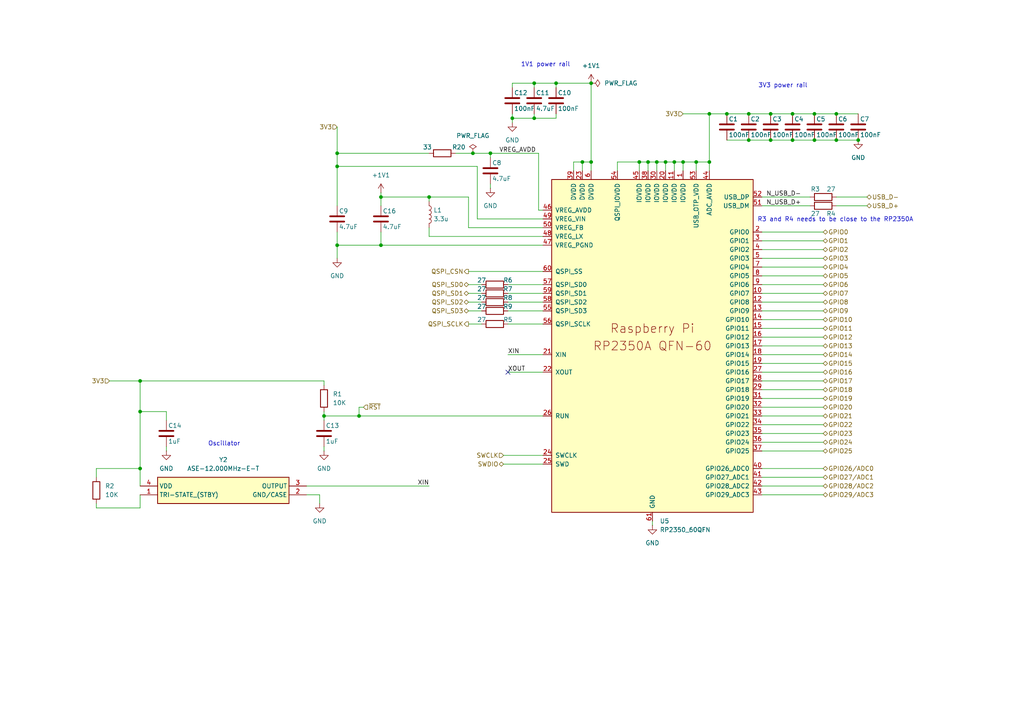
<source format=kicad_sch>
(kicad_sch (version 20250114) (generator "eeschema") (generator_version "9.0")
  (paper "A4")
  (title_block (title "MCU - RP2350A") (date "2025-10-16") (rev "1.0.2") (company "Team ApolLO") (comment 1 "Author: Wiktor Kociuba"))
  (lib_symbols
    (symbol "Device:C" (pin_numbers (hide yes)) (pin_names (offset 0.254))
      (property "Reference" "C" (at 0.635 2.54 0))
      (property "Value" "C" (at 0.635 -2.54 0))
      (symbol "C_0_1"
        (polyline (pts (xy -2.032 0.762) (xy 2.032 0.762)) (stroke (width 0.508)))
        (polyline (pts (xy -2.032 -0.762) (xy 2.032 -0.762)) (stroke (width 0.508)))
      )
      (symbol "C_1_1"
        (pin passive line (at 0 3.81 270) (length 2.794) (name "~") (number "1"))
        (pin passive line (at 0 -3.81 90) (length 2.794) (name "~") (number "2"))
      )
    )
    (symbol "Device:L" (pin_numbers (hide yes)) (pin_names (offset 1.016) (hide yes))
      (property "Reference" "L" (at -1.27 0 90))
      (property "Value" "L" (at 1.905 0 90))
      (symbol "L_0_1"
        (arc (start 0 2.54) (mid 0.6323 1.905) (end 0 1.27))
        (arc (start 0 1.27) (mid 0.6323 0.635) (end 0 0))
        (arc (start 0 0) (mid 0.6323 -0.635) (end 0 -1.27))
        (arc (start 0 -1.27) (mid 0.6323 -1.905) (end 0 -2.54))
      )
      (symbol "L_1_1"
        (pin passive line (at 0 3.81 270) (length 1.27) (name "1") (number "1"))
        (pin passive line (at 0 -3.81 90) (length 1.27) (name "2") (number "2"))
      )
    )
    (symbol "Device:R" (pin_numbers (hide yes)) (pin_names (offset 0))
      (property "Reference" "R" (at 2.032 0 90))
      (property "Value" "R" (at 0 0 90))
      (symbol "R_0_1"
        (rectangle (start -1.016 -2.54) (end 1.016 2.54) (stroke (width 0.254)))
      )
      (symbol "R_1_1"
        (pin passive line (at 0 3.81 270) (length 1.27) (name "~") (number "1"))
        (pin passive line (at 0 -3.81 90) (length 1.27) (name "~") (number "2"))
      )
    )
    (symbol "RP2040:RP2350_60QFN" (pin_names (offset 1.016))
      (property "Reference" "U" (at -29.21 49.53 0))
      (property "Value" "RP2350_60QFN" (at 24.13 -49.53 0))
      (symbol "RP2350_60QFN_0_0"
        (text "Raspberry Pi" (at 0 5.08 0) (effects (font (size 2.54 2.54))))
      )
      (symbol "RP2350_60QFN_0_1"
        (rectangle (start 29.21 48.26) (end -29.21 -48.26) (stroke (width 0.254)) (fill (type background)))
      )
      (symbol "RP2350_60QFN_1_0"
        (text "RP2350A QFN-60" (at 0 0 0) (effects (font (size 2.54 2.54))))
      )
      (symbol "RP2350_60QFN_1_1"
        (pin power_in line (at -31.75 39.37 0) (length 2.54) (name "VREG_AVDD") (number "46"))
        (pin power_in line (at -31.75 36.83 0) (length 2.54) (name "VREG_VIN") (number "49"))
        (pin input line (at -31.75 34.29 0) (length 2.54) (name "VREG_FB") (number "50"))
        (pin power_out line (at -31.75 31.75 0) (length 2.54) (name "VREG_LX") (number "48"))
        (pin power_in line (at -31.75 29.21 0) (length 2.54) (name "VREG_PGND") (number "47"))
        (pin bidirectional line (at -31.75 21.59 0) (length 2.54) (name "QSPI_SS") (number "60"))
        (pin bidirectional line (at -31.75 17.78 0) (length 2.54) (name "QSPI_SD0") (number "57"))
        (pin bidirectional line (at -31.75 15.24 0) (length 2.54) (name "QSPI_SD1") (number "59"))
        (pin bidirectional line (at -31.75 12.7 0) (length 2.54) (name "QSPI_SD2") (number "58"))
        (pin bidirectional line (at -31.75 10.16 0) (length 2.54) (name "QSPI_SD3") (number "55"))
        (pin output line (at -31.75 6.35 0) (length 2.54) (name "QSPI_SCLK") (number "56"))
        (pin input line (at -31.75 -2.54 0) (length 2.54) (name "XIN") (number "21"))
        (pin passive line (at -31.75 -7.62 0) (length 2.54) (name "XOUT") (number "22"))
        (pin input line (at -31.75 -20.32 0) (length 2.54) (name "RUN") (number "26"))
        (pin output line (at -31.75 -31.75 0) (length 2.54) (name "SWCLK") (number "24"))
        (pin bidirectional line (at -31.75 -34.29 0) (length 2.54) (name "SWD") (number "25"))
        (pin power_in line (at -22.86 50.8 270) (length 2.54) (name "DVDD") (number "39"))
        (pin power_in line (at -20.32 50.8 270) (length 2.54) (name "DVDD") (number "23"))
        (pin power_in line (at -17.78 50.8 270) (length 2.54) (name "DVDD") (number "6"))
        (pin power_in line (at -10.16 50.8 270) (length 2.54) (name "QSPI_IOVDD") (number "54"))
        (pin power_in line (at -3.81 50.8 270) (length 2.54) (name "IOVDD") (number "45"))
        (pin power_in line (at -1.27 50.8 270) (length 2.54) (name "IOVDD") (number "38"))
        (pin power_in line (at 0 -50.8 90) (length 2.54) (name "GND") (number "61"))
        (pin power_in line (at 1.27 50.8 270) (length 2.54) (name "IOVDD") (number "30"))
        (pin power_in line (at 3.81 50.8 270) (length 2.54) (name "IOVDD") (number "20"))
        (pin power_in line (at 6.35 50.8 270) (length 2.54) (name "IOVDD") (number "11"))
        (pin power_in line (at 8.89 50.8 270) (length 2.54) (name "IOVDD") (number "1"))
        (pin power_in line (at 12.7 50.8 270) (length 2.54) (name "USB_OTP_VDD") (number "53"))
        (pin power_in line (at 16.51 50.8 270) (length 2.54) (name "ADC_AVDD") (number "44"))
        (pin bidirectional line (at 31.75 43.18 180) (length 2.54) (name "USB_DP") (number "52"))
        (pin bidirectional line (at 31.75 40.64 180) (length 2.54) (name "USB_DM") (number "51"))
        (pin bidirectional line (at 31.75 33.02 180) (length 2.54) (name "GPIO0") (number "2"))
        (pin bidirectional line (at 31.75 30.48 180) (length 2.54) (name "GPIO1") (number "3"))
        (pin bidirectional line (at 31.75 27.94 180) (length 2.54) (name "GPIO2") (number "4"))
        (pin bidirectional line (at 31.75 25.4 180) (length 2.54) (name "GPIO3") (number "5"))
        (pin bidirectional line (at 31.75 22.86 180) (length 2.54) (name "GPIO4") (number "7"))
        (pin bidirectional line (at 31.75 20.32 180) (length 2.54) (name "GPIO5") (number "8"))
        (pin bidirectional line (at 31.75 17.78 180) (length 2.54) (name "GPIO6") (number "9"))
        (pin bidirectional line (at 31.75 15.24 180) (length 2.54) (name "GPIO7") (number "10"))
        (pin bidirectional line (at 31.75 12.7 180) (length 2.54) (name "GPIO8") (number "12"))
        (pin bidirectional line (at 31.75 10.16 180) (length 2.54) (name "GPIO9") (number "13"))
        (pin bidirectional line (at 31.75 7.62 180) (length 2.54) (name "GPIO10") (number "14"))
        (pin bidirectional line (at 31.75 5.08 180) (length 2.54) (name "GPIO11") (number "15"))
        (pin bidirectional line (at 31.75 2.54 180) (length 2.54) (name "GPIO12") (number "16"))
        (pin bidirectional line (at 31.75 0 180) (length 2.54) (name "GPIO13") (number "17"))
        (pin bidirectional line (at 31.75 -2.54 180) (length 2.54) (name "GPIO14") (number "18"))
        (pin bidirectional line (at 31.75 -5.08 180) (length 2.54) (name "GPIO15") (number "19"))
        (pin bidirectional line (at 31.75 -7.62 180) (length 2.54) (name "GPIO16") (number "27"))
        (pin bidirectional line (at 31.75 -10.16 180) (length 2.54) (name "GPIO17") (number "28"))
        (pin bidirectional line (at 31.75 -12.7 180) (length 2.54) (name "GPIO18") (number "29"))
        (pin bidirectional line (at 31.75 -15.24 180) (length 2.54) (name "GPIO19") (number "31"))
        (pin bidirectional line (at 31.75 -17.78 180) (length 2.54) (name "GPIO20") (number "32"))
        (pin bidirectional line (at 31.75 -20.32 180) (length 2.54) (name "GPIO21") (number "33"))
        (pin bidirectional line (at 31.75 -22.86 180) (length 2.54) (name "GPIO22") (number "34"))
        (pin bidirectional line (at 31.75 -25.4 180) (length 2.54) (name "GPIO23") (number "35"))
        (pin bidirectional line (at 31.75 -27.94 180) (length 2.54) (name "GPIO24") (number "36"))
        (pin bidirectional line (at 31.75 -30.48 180) (length 2.54) (name "GPIO25") (number "37"))
        (pin bidirectional line (at 31.75 -35.56 180) (length 2.54) (name "GPIO26_ADC0") (number "40"))
        (pin bidirectional line (at 31.75 -38.1 180) (length 2.54) (name "GPIO27_ADC1") (number "41"))
        (pin bidirectional line (at 31.75 -40.64 180) (length 2.54) (name "GPIO28_ADC2") (number "42"))
        (pin bidirectional line (at 31.75 -43.18 180) (length 2.54) (name "GPIO29_ADC3") (number "43"))
      )
    )
    (symbol "SamacSys_Parts:ASE-12.000MHz-E-T"
      (property "Reference" "Y" (at 44.45 7.62 0))
      (property "Value" "ASE-12.000MHz-E-T" (at 44.45 5.08 0))
      (symbol "ASE-12.000MHz-E-T_1_1"
        (rectangle (start 5.08 2.54) (end 43.18 -5.08) (stroke (width 0.254)) (fill (type background)))
        (pin passive line (at 0 0 0) (length 5.08) (name "VDD") (number "4"))
        (pin passive line (at 0 -2.54 0) (length 5.08) (name "TRI-STATE_(STBY)") (number "1"))
        (pin passive line (at 48.26 0 180) (length 5.08) (name "OUTPUT") (number "3"))
        (pin passive line (at 48.26 -2.54 180) (length 5.08) (name "GND/CASE") (number "2"))
      )
    )
    (symbol "power:+1V1" (power) (pin_numbers (hide yes)) (pin_names (offset 0) (hide yes))
      (property "Value" "+1V1" (at 0 3.556 0))
      (symbol "+1V1_0_1"
        (polyline (pts (xy -0.762 1.27) (xy 0 2.54)))
        (polyline (pts (xy 0 2.54) (xy 0.762 1.27)))
        (polyline (pts (xy 0 0) (xy 0 2.54)))
      )
      (symbol "+1V1_1_1"
        (pin power_in line (at 0 0 90) (length 0) (name "~") (number "1"))
      )
    )
    (symbol "power:GND" (power) (pin_numbers (hide yes)) (pin_names (offset 0) (hide yes))
      (property "Value" "GND" (at 0 -3.81 0))
      (symbol "GND_0_1"
        (polyline (pts (xy 0 0) (xy 0 -1.27) (xy 1.27 -1.27) (xy 0 -2.54) (xy -1.27 -1.27) (xy 0 -1.27)))
      )
      (symbol "GND_1_1"
        (pin power_in line (at 0 0 270) (length 0) (name "~") (number "1"))
      )
    )
    (symbol "power:PWR_FLAG" (power) (pin_numbers (hide yes)) (pin_names (offset 0) (hide yes))
      (property "Value" "PWR_FLAG" (at 0 3.81 0))
      (symbol "PWR_FLAG_0_0"
        (pin power_out line (at 0 0 90) (length 0) (name "~") (number "1"))
      )
      (symbol "PWR_FLAG_0_1"
        (polyline (pts (xy 0 0) (xy 0 1.27) (xy -1.016 1.905) (xy 0 2.54) (xy 1.016 1.905) (xy 0 1.27)))
      )
    )
  )
  (text "1V1 power rail\n" (at 158.242 18.796 0) (effects (font (size 1.27 1.27))))
  (text "R3 and R4 needs to be close to the RP2350A\n" (at 242.316 63.754 0) (effects (font (size 1.27 1.27))))
  (text "3V3 power rail\n" (at 227.076 24.892 0) (effects (font (size 1.27 1.27))))
  (text "Oscillator\n" (at 65.024 128.778 0) (effects (font (size 1.27 1.27))))
  (junction (at 40.64 119.38))
  (junction (at 161.29 24.13))
  (junction (at 154.94 34.29))
  (junction (at 40.64 135.89))
  (junction (at 223.52 33.02))
  (junction (at 193.04 46.99))
  (junction (at 97.79 71.12))
  (junction (at 124.46 57.15))
  (junction (at 40.64 110.49))
  (junction (at 148.59 34.29))
  (junction (at 198.12 46.99))
  (junction (at 248.92 40.64))
  (junction (at 190.5 46.99))
  (junction (at 229.87 40.64))
  (junction (at 142.24 44.45))
  (junction (at 242.57 40.64))
  (junction (at 137.16 44.45))
  (junction (at 236.22 33.02))
  (junction (at 229.87 33.02))
  (junction (at 210.82 33.02))
  (junction (at 205.74 46.99))
  (junction (at 171.45 24.13))
  (junction (at 195.58 46.99))
  (junction (at 217.17 33.02))
  (junction (at 97.79 48.26))
  (junction (at 242.57 33.02))
  (junction (at 154.94 24.13))
  (junction (at 217.17 40.64))
  (junction (at 93.98 120.65))
  (junction (at 205.74 33.02))
  (junction (at 187.96 46.99))
  (junction (at 97.79 44.45))
  (junction (at 201.93 46.99))
  (junction (at 104.14 120.65))
  (junction (at 236.22 40.64))
  (junction (at 223.52 40.64))
  (junction (at 168.91 46.99))
  (junction (at 171.45 46.99))
  (junction (at 110.49 57.15))
  (junction (at 185.42 46.99))
  (junction (at 110.49 71.12))
  (no_connect (at 147.32 107.95))
  (wire (pts (xy 210.82 33.02) (xy 217.17 33.02)))
  (wire (pts (xy 157.48 63.5) (xy 138.43 63.5)))
  (wire (pts (xy 220.98 105.41) (xy 238.76 105.41)))
  (wire (pts (xy 154.94 24.13) (xy 154.94 25.4)))
  (wire (pts (xy 157.48 85.09) (xy 147.32 85.09)))
  (wire (pts (xy 190.5 46.99) (xy 190.5 49.53)))
  (wire (pts (xy 27.94 147.32) (xy 27.94 146.05)))
  (wire (pts (xy 88.9 140.97) (xy 124.46 140.97)))
  (wire (pts (xy 238.76 85.09) (xy 220.98 85.09)))
  (wire (pts (xy 238.76 87.63) (xy 220.98 87.63)))
  (wire (pts (xy 142.24 45.72) (xy 142.24 44.45)))
  (wire (pts (xy 238.76 90.17) (xy 220.98 90.17)))
  (wire (pts (xy 110.49 55.88) (xy 110.49 57.15)))
  (wire (pts (xy 238.76 100.33) (xy 220.98 100.33)))
  (wire (pts (xy 135.89 93.98) (xy 139.7 93.98)))
  (wire (pts (xy 156.21 60.96) (xy 157.48 60.96)))
  (wire (pts (xy 220.98 130.81) (xy 238.76 130.81)))
  (wire (pts (xy 132.08 44.45) (xy 137.16 44.45)))
  (wire (pts (xy 242.57 59.69) (xy 251.46 59.69)))
  (wire (pts (xy 234.95 59.69) (xy 220.98 59.69)))
  (wire (pts (xy 220.98 118.11) (xy 238.76 118.11)))
  (wire (pts (xy 97.79 67.31) (xy 97.79 71.12)))
  (wire (pts (xy 201.93 46.99) (xy 201.93 49.53)))
  (wire (pts (xy 238.76 72.39) (xy 220.98 72.39)))
  (wire (pts (xy 27.94 138.43) (xy 27.94 135.89)))
  (wire (pts (xy 198.12 46.99) (xy 201.93 46.99)))
  (wire (pts (xy 220.98 135.89) (xy 238.76 135.89)))
  (wire (pts (xy 93.98 129.54) (xy 93.98 130.81)))
  (wire (pts (xy 242.57 33.02) (xy 248.92 33.02)))
  (wire (pts (xy 190.5 46.99) (xy 193.04 46.99)))
  (wire (pts (xy 148.59 24.13) (xy 148.59 25.4)))
  (wire (pts (xy 161.29 24.13) (xy 161.29 25.4)))
  (wire (pts (xy 189.23 152.4) (xy 189.23 151.13)))
  (wire (pts (xy 157.48 93.98) (xy 147.32 93.98)))
  (wire (pts (xy 193.04 46.99) (xy 193.04 49.53)))
  (wire (pts (xy 161.29 34.29) (xy 161.29 33.02)))
  (wire (pts (xy 220.98 125.73) (xy 238.76 125.73)))
  (wire (pts (xy 110.49 67.31) (xy 110.49 71.12)))
  (wire (pts (xy 104.14 118.11) (xy 104.14 120.65)))
  (wire (pts (xy 97.79 48.26) (xy 138.43 48.26)))
  (wire (pts (xy 139.7 85.09) (xy 135.89 85.09)))
  (wire (pts (xy 187.96 46.99) (xy 190.5 46.99)))
  (wire (pts (xy 48.26 119.38) (xy 48.26 121.92)))
  (wire (pts (xy 193.04 46.99) (xy 195.58 46.99)))
  (wire (pts (xy 217.17 33.02) (xy 223.52 33.02)))
  (wire (pts (xy 97.79 44.45) (xy 97.79 48.26)))
  (wire (pts (xy 154.94 34.29) (xy 154.94 33.02)))
  (wire (pts (xy 238.76 80.01) (xy 220.98 80.01)))
  (wire (pts (xy 142.24 44.45) (xy 156.21 44.45)))
  (wire (pts (xy 187.96 46.99) (xy 187.96 49.53)))
  (wire (pts (xy 148.59 35.56) (xy 148.59 34.29)))
  (wire (pts (xy 40.64 119.38) (xy 48.26 119.38)))
  (wire (pts (xy 124.46 66.04) (xy 124.46 68.58)))
  (wire (pts (xy 179.07 49.53) (xy 179.07 46.99)))
  (wire (pts (xy 220.98 128.27) (xy 238.76 128.27)))
  (wire (pts (xy 105.41 118.11) (xy 104.14 118.11)))
  (wire (pts (xy 148.59 34.29) (xy 154.94 34.29)))
  (wire (pts (xy 27.94 135.89) (xy 40.64 135.89)))
  (wire (pts (xy 124.46 57.15) (xy 124.46 58.42)))
  (wire (pts (xy 168.91 46.99) (xy 168.91 49.53)))
  (wire (pts (xy 157.48 78.74) (xy 135.89 78.74)))
  (wire (pts (xy 205.74 46.99) (xy 205.74 49.53)))
  (wire (pts (xy 97.79 48.26) (xy 97.79 59.69)))
  (wire (pts (xy 185.42 46.99) (xy 187.96 46.99)))
  (wire (pts (xy 236.22 33.02) (xy 242.57 33.02)))
  (wire (pts (xy 198.12 33.02) (xy 205.74 33.02)))
  (wire (pts (xy 217.17 40.64) (xy 223.52 40.64)))
  (wire (pts (xy 161.29 24.13) (xy 171.45 24.13)))
  (wire (pts (xy 139.7 87.63) (xy 135.89 87.63)))
  (wire (pts (xy 210.82 40.64) (xy 217.17 40.64)))
  (wire (pts (xy 40.64 110.49) (xy 93.98 110.49)))
  (wire (pts (xy 138.43 48.26) (xy 138.43 63.5)))
  (wire (pts (xy 185.42 46.99) (xy 185.42 49.53)))
  (wire (pts (xy 242.57 57.15) (xy 251.46 57.15)))
  (wire (pts (xy 135.89 66.04) (xy 157.48 66.04)))
  (wire (pts (xy 48.26 130.81) (xy 48.26 129.54)))
  (wire (pts (xy 110.49 71.12) (xy 157.48 71.12)))
  (wire (pts (xy 93.98 120.65) (xy 93.98 119.38)))
  (wire (pts (xy 146.05 134.62) (xy 157.48 134.62)))
  (wire (pts (xy 147.32 102.87) (xy 157.48 102.87)))
  (wire (pts (xy 124.46 68.58) (xy 157.48 68.58)))
  (wire (pts (xy 238.76 82.55) (xy 220.98 82.55)))
  (wire (pts (xy 220.98 107.95) (xy 238.76 107.95)))
  (wire (pts (xy 238.76 77.47) (xy 220.98 77.47)))
  (wire (pts (xy 146.05 132.08) (xy 157.48 132.08)))
  (wire (pts (xy 236.22 40.64) (xy 242.57 40.64)))
  (wire (pts (xy 201.93 46.99) (xy 205.74 46.99)))
  (wire (pts (xy 238.76 67.31) (xy 220.98 67.31)))
  (wire (pts (xy 220.98 140.97) (xy 238.76 140.97)))
  (wire (pts (xy 171.45 46.99) (xy 168.91 46.99)))
  (wire (pts (xy 139.7 82.55) (xy 135.89 82.55)))
  (wire (pts (xy 220.98 123.19) (xy 238.76 123.19)))
  (wire (pts (xy 238.76 95.25) (xy 220.98 95.25)))
  (wire (pts (xy 220.98 115.57) (xy 238.76 115.57)))
  (wire (pts (xy 223.52 40.64) (xy 229.87 40.64)))
  (wire (pts (xy 171.45 46.99) (xy 171.45 49.53)))
  (wire (pts (xy 40.64 110.49) (xy 40.64 119.38)))
  (wire (pts (xy 171.45 24.13) (xy 171.45 46.99)))
  (wire (pts (xy 104.14 120.65) (xy 157.48 120.65)))
  (wire (pts (xy 97.79 71.12) (xy 97.79 74.93)))
  (wire (pts (xy 220.98 138.43) (xy 238.76 138.43)))
  (wire (pts (xy 234.95 57.15) (xy 220.98 57.15)))
  (wire (pts (xy 142.24 54.61) (xy 142.24 53.34)))
  (wire (pts (xy 179.07 46.99) (xy 185.42 46.99)))
  (wire (pts (xy 220.98 120.65) (xy 238.76 120.65)))
  (wire (pts (xy 156.21 44.45) (xy 156.21 60.96)))
  (wire (pts (xy 40.64 147.32) (xy 27.94 147.32)))
  (wire (pts (xy 205.74 33.02) (xy 210.82 33.02)))
  (wire (pts (xy 220.98 113.03) (xy 238.76 113.03)))
  (wire (pts (xy 93.98 120.65) (xy 104.14 120.65)))
  (wire (pts (xy 97.79 44.45) (xy 124.46 44.45)))
  (wire (pts (xy 40.64 147.32) (xy 40.64 143.51)))
  (wire (pts (xy 166.37 46.99) (xy 166.37 49.53)))
  (wire (pts (xy 31.75 110.49) (xy 40.64 110.49)))
  (wire (pts (xy 110.49 57.15) (xy 124.46 57.15)))
  (wire (pts (xy 229.87 40.64) (xy 236.22 40.64)))
  (wire (pts (xy 92.71 143.51) (xy 92.71 146.05)))
  (wire (pts (xy 154.94 24.13) (xy 148.59 24.13)))
  (wire (pts (xy 157.48 87.63) (xy 147.32 87.63)))
  (wire (pts (xy 137.16 44.45) (xy 142.24 44.45)))
  (wire (pts (xy 157.48 82.55) (xy 147.32 82.55)))
  (wire (pts (xy 110.49 57.15) (xy 110.49 59.69)))
  (wire (pts (xy 238.76 74.93) (xy 220.98 74.93)))
  (wire (pts (xy 223.52 33.02) (xy 229.87 33.02)))
  (wire (pts (xy 238.76 92.71) (xy 220.98 92.71)))
  (wire (pts (xy 147.32 107.95) (xy 157.48 107.95)))
  (wire (pts (xy 229.87 33.02) (xy 236.22 33.02)))
  (wire (pts (xy 205.74 33.02) (xy 205.74 46.99)))
  (wire (pts (xy 93.98 120.65) (xy 93.98 121.92)))
  (wire (pts (xy 148.59 33.02) (xy 148.59 34.29)))
  (wire (pts (xy 238.76 102.87) (xy 220.98 102.87)))
  (wire (pts (xy 139.7 90.17) (xy 135.89 90.17)))
  (wire (pts (xy 88.9 143.51) (xy 92.71 143.51)))
  (wire (pts (xy 242.57 40.64) (xy 248.92 40.64)))
  (wire (pts (xy 40.64 119.38) (xy 40.64 135.89)))
  (wire (pts (xy 238.76 97.79) (xy 220.98 97.79)))
  (wire (pts (xy 154.94 34.29) (xy 161.29 34.29)))
  (wire (pts (xy 220.98 143.51) (xy 238.76 143.51)))
  (wire (pts (xy 157.48 90.17) (xy 147.32 90.17)))
  (wire (pts (xy 97.79 36.83) (xy 97.79 44.45)))
  (wire (pts (xy 135.89 57.15) (xy 135.89 66.04)))
  (wire (pts (xy 168.91 46.99) (xy 166.37 46.99)))
  (wire (pts (xy 198.12 46.99) (xy 198.12 49.53)))
  (wire (pts (xy 93.98 110.49) (xy 93.98 111.76)))
  (wire (pts (xy 195.58 46.99) (xy 195.58 49.53)))
  (wire (pts (xy 220.98 110.49) (xy 238.76 110.49)))
  (wire (pts (xy 40.64 135.89) (xy 40.64 140.97)))
  (wire (pts (xy 238.76 69.85) (xy 220.98 69.85)))
  (wire (pts (xy 97.79 71.12) (xy 110.49 71.12)))
  (wire (pts (xy 124.46 57.15) (xy 135.89 57.15)))
  (wire (pts (xy 161.29 24.13) (xy 154.94 24.13)))
  (wire (pts (xy 195.58 46.99) (xy 198.12 46.99)))
  (label "N_USB_D-" (at 222.25 57.15 0))
  (label "XIN" (at 147.32 102.87 0))
  (label "XIN" (at 124.46 140.97 180))
  (label "N_USB_D+" (at 222.25 59.69 0))
  (label "VREG_AVDD" (at 144.78 44.45 0))
  (label "XOUT" (at 147.32 107.95 0))
  (hierarchical_label "GPIO8" (shape bidirectional) (at 238.76 87.63 0))
  (hierarchical_label "GPIO6" (shape bidirectional) (at 238.76 82.55 0))
  (hierarchical_label "GPIO16" (shape bidirectional) (at 238.76 107.95 0))
  (hierarchical_label "GPIO26{slash}ADC0" (shape bidirectional) (at 238.76 135.89 0))
  (hierarchical_label "QSPI_SD2" (shape bidirectional) (at 135.89 87.63 180))
  (hierarchical_label "GPIO0" (shape bidirectional) (at 238.76 67.31 0))
  (hierarchical_label "GPIO13" (shape bidirectional) (at 238.76 100.33 0))
  (hierarchical_label "GPIO24" (shape bidirectional) (at 238.76 128.27 0))
  (hierarchical_label "3V3" (shape input) (at 97.79 36.83 180))
  (hierarchical_label "GPIO10" (shape bidirectional) (at 238.76 92.71 0))
  (hierarchical_label "GPIO1" (shape bidirectional) (at 238.76 69.85 0))
  (hierarchical_label "GPIO25" (shape bidirectional) (at 238.76 130.81 0))
  (hierarchical_label "SWDIO" (shape bidirectional) (at 146.05 134.62 180))
  (hierarchical_label "GPIO7" (shape bidirectional) (at 238.76 85.09 0))
  (hierarchical_label "QSPI_SD0" (shape bidirectional) (at 135.89 82.55 180))
  (hierarchical_label "USB_D+" (shape bidirectional) (at 251.46 59.69 0))
  (hierarchical_label "GPIO15" (shape bidirectional) (at 238.76 105.41 0))
  (hierarchical_label "GPIO9" (shape bidirectional) (at 238.76 90.17 0))
  (hierarchical_label "GPIO5" (shape bidirectional) (at 238.76 80.01 0))
  (hierarchical_label "3V3" (shape input) (at 198.12 33.02 180))
  (hierarchical_label "GPIO27{slash}ADC1" (shape bidirectional) (at 238.76 138.43 0))
  (hierarchical_label "GPIO28{slash}ADC2" (shape bidirectional) (at 238.76 140.97 0))
  (hierarchical_label "GPIO20" (shape bidirectional) (at 238.76 118.11 0))
  (hierarchical_label "GPIO29{slash}ADC3" (shape bidirectional) (at 238.76 143.51 0))
  (hierarchical_label "GPIO21" (shape bidirectional) (at 238.76 120.65 0))
  (hierarchical_label "GPIO17" (shape bidirectional) (at 238.76 110.49 0))
  (hierarchical_label "GPIO19" (shape bidirectional) (at 238.76 115.57 0))
  (hierarchical_label "QSPI_SD3" (shape bidirectional) (at 135.89 90.17 180))
  (hierarchical_label "USB_D-" (shape bidirectional) (at 251.46 57.15 0))
  (hierarchical_label "GPIO22" (shape bidirectional) (at 238.76 123.19 0))
  (hierarchical_label "~{RST}" (shape input) (at 105.41 118.11 0))
  (hierarchical_label "GPIO18" (shape bidirectional) (at 238.76 113.03 0))
  (hierarchical_label "GPIO23" (shape bidirectional) (at 238.76 125.73 0))
  (hierarchical_label "GPIO14" (shape bidirectional) (at 238.76 102.87 0))
  (hierarchical_label "GPIO3" (shape bidirectional) (at 238.76 74.93 0))
  (hierarchical_label "3V3" (shape input) (at 31.75 110.49 180))
  (hierarchical_label "GPIO11" (shape bidirectional) (at 238.76 95.25 0))
  (hierarchical_label "QSPI_SD1" (shape bidirectional) (at 135.89 85.09 180))
  (hierarchical_label "QSPI_CSN" (shape output) (at 135.89 78.74 180))
  (hierarchical_label "SWCLK" (shape input) (at 146.05 132.08 180))
  (hierarchical_label "GPIO4" (shape bidirectional) (at 238.76 77.47 0))
  (hierarchical_label "GPIO12" (shape bidirectional) (at 238.76 97.79 0))
  (hierarchical_label "QSPI_SCLK" (shape output) (at 135.89 93.98 180))
  (hierarchical_label "GPIO2" (shape bidirectional) (at 238.76 72.39 0))
  (symbol (lib_id "Device:R") (at 143.51 87.63 270) (mirror x) (unit 1)
    (property "Reference" "R8" (at 147.32 86.36 90))
    (property "Value" "27" (at 139.7 86.36 90))
    (property "Footprint" "Resistor_THT:R_Axial_DIN0207_L6.3mm_D2.5mm_P7.62mm_Horizontal" (effects (hide yes)))
    (property "Description" "Resistor" (effects (hide yes)))
  )
  (symbol (lib_id "Device:R") (at 128.27 44.45 270) (mirror x) (unit 1)
    (property "Reference" "R20" (at 133.096 42.672 90))
    (property "Value" "33" (at 123.952 42.672 90))
    (property "Footprint" "Resistor_THT:R_Axial_DIN0207_L6.3mm_D2.5mm_P7.62mm_Horizontal" (effects (hide yes)))
    (property "Description" "Resistor" (effects (hide yes)))
  )
  (symbol (lib_id "Device:R") (at 238.76 57.15 90) (unit 1)
    (property "Reference" "R3" (at 236.474 54.864 90))
    (property "Value" "27" (at 241.046 54.864 90))
    (property "Footprint" "Resistor_THT:R_Axial_DIN0207_L6.3mm_D2.5mm_P7.62mm_Horizontal" (effects (hide yes)))
    (property "Description" "Resistor" (effects (hide yes)))
  )
  (symbol (lib_id "power:GND") (at 97.79 74.93 0) (unit 1)
    (property "Reference" "#PWR024" (effects (hide yes)))
    (property "Value" "GND" (at 97.79 80.01 0))
    (property "Description" "Power symbol creates a global label with name \"GND\" , ground" (effects (hide yes)))
  )
  (symbol (lib_id "Device:C") (at 48.26 125.73 0) (unit 1)
    (property "Reference" "C14" (at 48.768 123.444 0) (effects (justify left)))
    (property "Value" "1uF" (at 48.768 128.016 0) (effects (justify left)))
    (property "Description" "Unpolarized capacitor" (effects (hide yes)))
  )
  (symbol (lib_id "Device:C") (at 248.92 36.83 0) (unit 1)
    (property "Reference" "C7" (at 249.428 34.544 0) (effects (justify left)))
    (property "Value" "100nF" (at 249.428 39.116 0) (effects (justify left)))
    (property "Description" "Unpolarized capacitor" (effects (hide yes)))
  )
  (symbol (lib_id "Device:R") (at 93.98 115.57 0) (unit 1)
    (property "Reference" "R1" (at 96.52 114.2999 0) (effects (justify left)))
    (property "Value" "10K" (at 96.52 116.8399 0) (effects (justify left)))
    (property "Footprint" "Resistor_THT:R_Axial_DIN0207_L6.3mm_D2.5mm_P7.62mm_Horizontal" (effects (hide yes)))
    (property "Description" "Resistor" (effects (hide yes)))
  )
  (symbol (lib_id "power:PWR_FLAG") (at 137.16 44.45 0) (unit 1)
    (property "Reference" "#FLG03" (effects (hide yes)))
    (property "Value" "PWR_FLAG" (at 137.16 39.37 0))
    (property "Description" "Special symbol for telling ERC where power comes from" (effects (hide yes)))
  )
  (symbol (lib_id "Device:C") (at 242.57 36.83 0) (unit 1)
    (property "Reference" "C6" (at 243.078 34.544 0) (effects (justify left)))
    (property "Value" "100nF" (at 243.078 39.116 0) (effects (justify left)))
    (property "Description" "Unpolarized capacitor" (effects (hide yes)))
  )
  (symbol (lib_id "Device:C") (at 229.87 36.83 0) (unit 1)
    (property "Reference" "C4" (at 230.378 34.544 0) (effects (justify left)))
    (property "Value" "100nF" (at 230.378 39.116 0) (effects (justify left)))
    (property "Description" "Unpolarized capacitor" (effects (hide yes)))
  )
  (symbol (lib_id "Device:R") (at 143.51 90.17 270) (mirror x) (unit 1)
    (property "Reference" "R9" (at 147.32 88.9 90))
    (property "Value" "27" (at 139.7 88.9 90))
    (property "Footprint" "Resistor_THT:R_Axial_DIN0207_L6.3mm_D2.5mm_P7.62mm_Horizontal" (effects (hide yes)))
    (property "Description" "Resistor" (effects (hide yes)))
  )
  (symbol (lib_id "Device:C") (at 210.82 36.83 0) (unit 1)
    (property "Reference" "C1" (at 211.328 34.544 0) (effects (justify left)))
    (property "Value" "100nF" (at 211.328 39.116 0) (effects (justify left)))
    (property "Description" "Unpolarized capacitor" (effects (hide yes)))
  )
  (symbol (lib_id "Device:C") (at 223.52 36.83 0) (unit 1)
    (property "Reference" "C3" (at 224.028 34.544 0) (effects (justify left)))
    (property "Value" "100nF" (at 224.028 39.116 0) (effects (justify left)))
    (property "Description" "Unpolarized capacitor" (effects (hide yes)))
  )
  (symbol (lib_id "Device:R") (at 143.51 85.09 270) (mirror x) (unit 1)
    (property "Reference" "R7" (at 147.32 83.82 90))
    (property "Value" "27" (at 139.7 83.82 90))
    (property "Footprint" "Resistor_THT:R_Axial_DIN0207_L6.3mm_D2.5mm_P7.62mm_Horizontal" (effects (hide yes)))
    (property "Description" "Resistor" (effects (hide yes)))
  )
  (symbol (lib_id "RP2040:RP2350_60QFN") (at 189.23 100.33 0) (unit 1)
    (property "Reference" "U5" (at 191.3733 151.13 0) (effects (justify left)))
    (property "Value" "RP2350_60QFN" (at 191.3733 153.67 0) (effects (justify left)))
    (property "Footprint" "RP2040:RP2350-QFN-60-1EP_7x7_P0.4mm_EP3.4x3.4mm_ThermalVias" (effects (hide yes)))
  )
  (symbol (lib_id "Device:R") (at 143.51 93.98 270) (mirror x) (unit 1)
    (property "Reference" "R5" (at 147.32 92.71 90))
    (property "Value" "27" (at 139.7 92.71 90))
    (property "Footprint" "Resistor_THT:R_Axial_DIN0207_L6.3mm_D2.5mm_P7.62mm_Horizontal" (effects (hide yes)))
    (property "Description" "Resistor" (effects (hide yes)))
  )
  (symbol (lib_id "power:GND") (at 142.24 54.61 0) (unit 1)
    (property "Reference" "#PWR01" (effects (hide yes)))
    (property "Value" "GND" (at 142.24 59.69 0))
    (property "Description" "Power symbol creates a global label with name \"GND\" , ground" (effects (hide yes)))
  )
  (symbol (lib_id "SamacSys_Parts:ASE-12.000MHz-E-T") (at 40.64 140.97 0) (unit 1)
    (property "Reference" "Y2" (at 64.77 133.35 0))
    (property "Value" "ASE-12.000MHz-E-T" (at 64.77 135.89 0))
    (property "Footprint" "SamacSys_Parts:ASE12000MHzET" (effects (hide yes)))
    (property "Datasheet" "https://abracon.com/Oscillators/ASEseries.pdf" (effects (hide yes)))
    (property "Description" "12 MHz XO (Standard) CMOS Oscillator 3.3V Enable/Disable 4-SMD, No Lead" (effects (hide yes)))
    (property "Height" "1.2" (effects (hide yes)))
    (property "Mouser Part Number" "815-ASE-12.0M-E-T" (effects (hide yes)))
    (property "Mouser Price/Stock" "https://www.mouser.co.uk/ProductDetail/ABRACON/ASE-12.000MHz-E-T?qs=s46Hw6dZPL6TbyjZMilVSg%3D%3D" (effects (hide yes)))
    (property "Manufacturer_Name" "ABRACON" (effects (hide yes)))
    (property "Manufacturer_Part_Number" "ASE-12.000MHz-E-T" (effects (hide yes)))
  )
  (symbol (lib_id "Device:C") (at 110.49 63.5 0) (unit 1)
    (property "Reference" "C16" (at 110.998 61.214 0) (effects (justify left)))
    (property "Value" "4.7uF" (at 110.998 65.786 0) (effects (justify left)))
    (property "Description" "Unpolarized capacitor" (effects (hide yes)))
  )
  (symbol (lib_id "Device:R") (at 143.51 82.55 270) (mirror x) (unit 1)
    (property "Reference" "R6" (at 147.32 81.28 90))
    (property "Value" "27" (at 139.7 81.28 90))
    (property "Footprint" "Resistor_THT:R_Axial_DIN0207_L6.3mm_D2.5mm_P7.62mm_Horizontal" (effects (hide yes)))
    (property "Description" "Resistor" (effects (hide yes)))
  )
  (symbol (lib_id "power:GND") (at 148.59 35.56 0) (unit 1)
    (property "Reference" "#PWR023" (effects (hide yes)))
    (property "Value" "GND" (at 148.59 40.64 0))
    (property "Description" "Power symbol creates a global label with name \"GND\" , ground" (effects (hide yes)))
  )
  (symbol (lib_id "power:GND") (at 189.23 152.4 0) (unit 1)
    (property "Reference" "#PWR03" (effects (hide yes)))
    (property "Value" "GND" (at 189.23 157.48 0))
    (property "Description" "Power symbol creates a global label with name \"GND\" , ground" (effects (hide yes)))
  )
  (symbol (lib_id "Device:C") (at 161.29 29.21 0) (unit 1)
    (property "Reference" "C10" (at 161.798 26.924 0) (effects (justify left)))
    (property "Value" "100nF" (at 161.798 31.496 0) (effects (justify left)))
    (property "Description" "Unpolarized capacitor" (effects (hide yes)))
  )
  (symbol (lib_id "power:GND") (at 93.98 130.81 0) (unit 1)
    (property "Reference" "#PWR04" (effects (hide yes)))
    (property "Value" "GND" (at 93.98 135.89 0))
    (property "Description" "Power symbol creates a global label with name \"GND\" , ground" (effects (hide yes)))
  )
  (symbol (lib_id "Device:C") (at 97.79 63.5 0) (unit 1)
    (property "Reference" "C9" (at 98.298 61.214 0) (effects (justify left)))
    (property "Value" "4.7uF" (at 98.298 65.786 0) (effects (justify left)))
    (property "Description" "Unpolarized capacitor" (effects (hide yes)))
  )
  (symbol (lib_id "Device:R") (at 27.94 142.24 0) (unit 1)
    (property "Reference" "R2" (at 30.48 140.9699 0) (effects (justify left)))
    (property "Value" "10K" (at 30.48 143.5099 0) (effects (justify left)))
    (property "Footprint" "Resistor_THT:R_Axial_DIN0207_L6.3mm_D2.5mm_P7.62mm_Horizontal" (effects (hide yes)))
    (property "Description" "Resistor" (effects (hide yes)))
  )
  (symbol (lib_id "Device:L") (at 124.46 62.23 0) (unit 1)
    (property "Reference" "L1" (at 125.73 60.9599 0) (effects (justify left)))
    (property "Value" "3.3u" (at 125.73 63.4999 0) (effects (justify left)))
    (property "Description" "Inductor" (effects (hide yes)))
  )
  (symbol (lib_id "Device:C") (at 217.17 36.83 0) (unit 1)
    (property "Reference" "C2" (at 217.678 34.544 0) (effects (justify left)))
    (property "Value" "100nF" (at 217.678 39.116 0) (effects (justify left)))
    (property "Description" "Unpolarized capacitor" (effects (hide yes)))
  )
  (symbol (lib_id "Device:C") (at 93.98 125.73 0) (unit 1)
    (property "Reference" "C13" (at 94.488 123.444 0) (effects (justify left)))
    (property "Value" "1uF" (at 94.488 128.016 0) (effects (justify left)))
    (property "Description" "Unpolarized capacitor" (effects (hide yes)))
  )
  (symbol (lib_id "Device:C") (at 236.22 36.83 0) (unit 1)
    (property "Reference" "C5" (at 236.728 34.544 0) (effects (justify left)))
    (property "Value" "100nF" (at 236.728 39.116 0) (effects (justify left)))
    (property "Description" "Unpolarized capacitor" (effects (hide yes)))
  )
  (symbol (lib_id "Device:C") (at 154.94 29.21 0) (unit 1)
    (property "Reference" "C11" (at 155.448 26.924 0) (effects (justify left)))
    (property "Value" "4.7uF" (at 155.448 31.496 0) (effects (justify left)))
    (property "Description" "Unpolarized capacitor" (effects (hide yes)))
  )
  (symbol (lib_id "power:GND") (at 92.71 146.05 0) (unit 1)
    (property "Reference" "#PWR05" (effects (hide yes)))
    (property "Value" "GND" (at 92.71 151.13 0))
    (property "Description" "Power symbol creates a global label with name \"GND\" , ground" (effects (hide yes)))
  )
  (symbol (lib_id "power:GND") (at 48.26 130.81 0) (unit 1)
    (property "Reference" "#PWR06" (effects (hide yes)))
    (property "Value" "GND" (at 48.26 135.89 0))
    (property "Description" "Power symbol creates a global label with name \"GND\" , ground" (effects (hide yes)))
  )
  (symbol (lib_id "Device:C") (at 148.59 29.21 0) (unit 1)
    (property "Reference" "C12" (at 149.098 26.924 0) (effects (justify left)))
    (property "Value" "100nF" (at 149.098 31.496 0) (effects (justify left)))
    (property "Description" "Unpolarized capacitor" (effects (hide yes)))
  )
  (symbol (lib_id "power:+1V1") (at 110.49 55.88 0) (unit 1)
    (property "Reference" "#PWR029" (effects (hide yes)))
    (property "Value" "+1V1" (at 110.49 50.8 0))
    (property "Description" "Power symbol creates a global label with name \"+1V1\"" (effects (hide yes)))
  )
  (symbol (lib_id "Device:R") (at 238.76 59.69 270) (unit 1)
    (property "Reference" "R4" (at 241.046 61.976 90))
    (property "Value" "27" (at 236.474 61.976 90))
    (property "Footprint" "Resistor_THT:R_Axial_DIN0207_L6.3mm_D2.5mm_P7.62mm_Horizontal" (effects (hide yes)))
    (property "Description" "Resistor" (effects (hide yes)))
  )
  (symbol (lib_id "power:GND") (at 248.92 40.64 0) (unit 1)
    (property "Reference" "#PWR02" (effects (hide yes)))
    (property "Value" "GND" (at 248.92 45.72 0))
    (property "Description" "Power symbol creates a global label with name \"GND\" , ground" (effects (hide yes)))
  )
  (symbol (lib_id "power:+1V1") (at 171.45 24.13 0) (unit 1)
    (property "Reference" "#PWR025" (effects (hide yes)))
    (property "Value" "+1V1" (at 171.45 19.05 0))
    (property "Description" "Power symbol creates a global label with name \"+1V1\"" (effects (hide yes)))
  )
  (symbol (lib_id "power:PWR_FLAG") (at 171.45 24.13 270) (unit 1)
    (property "Reference" "#FLG05" (effects (hide yes)))
    (property "Value" "PWR_FLAG" (at 175.26 24.1299 90) (effects (justify left)))
    (property "Description" "Special symbol for telling ERC where power comes from" (effects (hide yes)))
  )
  (symbol (lib_id "Device:C") (at 142.24 49.53 0) (unit 1)
    (property "Reference" "C8" (at 142.748 47.244 0) (effects (justify left)))
    (property "Value" "4.7uF" (at 142.748 51.816 0) (effects (justify left)))
    (property "Description" "Unpolarized capacitor" (effects (hide yes)))
  )
)
</source>
